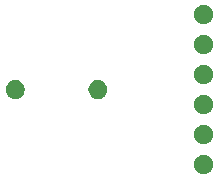
<source format=gbr>
G04 #@! TF.GenerationSoftware,KiCad,Pcbnew,(5.1.5)-3*
G04 #@! TF.CreationDate,2020-12-21T12:30:49+01:00*
G04 #@! TF.ProjectId,epimetheus_ina219,6570696d-6574-4686-9575-735f696e6132,rev?*
G04 #@! TF.SameCoordinates,Original*
G04 #@! TF.FileFunction,Soldermask,Bot*
G04 #@! TF.FilePolarity,Negative*
%FSLAX46Y46*%
G04 Gerber Fmt 4.6, Leading zero omitted, Abs format (unit mm)*
G04 Created by KiCad (PCBNEW (5.1.5)-3) date 2020-12-21 12:30:49*
%MOMM*%
%LPD*%
G04 APERTURE LIST*
%ADD10C,0.100000*%
G04 APERTURE END LIST*
D10*
G36*
X179561142Y-36556242D02*
G01*
X179709101Y-36617529D01*
X179842255Y-36706499D01*
X179955501Y-36819745D01*
X180044471Y-36952899D01*
X180105758Y-37100858D01*
X180137000Y-37257925D01*
X180137000Y-37418075D01*
X180105758Y-37575142D01*
X180044471Y-37723101D01*
X179955501Y-37856255D01*
X179842255Y-37969501D01*
X179709101Y-38058471D01*
X179561142Y-38119758D01*
X179404075Y-38151000D01*
X179243925Y-38151000D01*
X179086858Y-38119758D01*
X178938899Y-38058471D01*
X178805745Y-37969501D01*
X178692499Y-37856255D01*
X178603529Y-37723101D01*
X178542242Y-37575142D01*
X178511000Y-37418075D01*
X178511000Y-37257925D01*
X178542242Y-37100858D01*
X178603529Y-36952899D01*
X178692499Y-36819745D01*
X178805745Y-36706499D01*
X178938899Y-36617529D01*
X179086858Y-36556242D01*
X179243925Y-36525000D01*
X179404075Y-36525000D01*
X179561142Y-36556242D01*
G37*
G36*
X179561142Y-34016242D02*
G01*
X179709101Y-34077529D01*
X179842255Y-34166499D01*
X179955501Y-34279745D01*
X180044471Y-34412899D01*
X180105758Y-34560858D01*
X180137000Y-34717925D01*
X180137000Y-34878075D01*
X180105758Y-35035142D01*
X180044471Y-35183101D01*
X179955501Y-35316255D01*
X179842255Y-35429501D01*
X179709101Y-35518471D01*
X179561142Y-35579758D01*
X179404075Y-35611000D01*
X179243925Y-35611000D01*
X179086858Y-35579758D01*
X178938899Y-35518471D01*
X178805745Y-35429501D01*
X178692499Y-35316255D01*
X178603529Y-35183101D01*
X178542242Y-35035142D01*
X178511000Y-34878075D01*
X178511000Y-34717925D01*
X178542242Y-34560858D01*
X178603529Y-34412899D01*
X178692499Y-34279745D01*
X178805745Y-34166499D01*
X178938899Y-34077529D01*
X179086858Y-34016242D01*
X179243925Y-33985000D01*
X179404075Y-33985000D01*
X179561142Y-34016242D01*
G37*
G36*
X179561142Y-31476242D02*
G01*
X179709101Y-31537529D01*
X179842255Y-31626499D01*
X179955501Y-31739745D01*
X180044471Y-31872899D01*
X180105758Y-32020858D01*
X180137000Y-32177925D01*
X180137000Y-32338075D01*
X180105758Y-32495142D01*
X180044471Y-32643101D01*
X179955501Y-32776255D01*
X179842255Y-32889501D01*
X179709101Y-32978471D01*
X179561142Y-33039758D01*
X179404075Y-33071000D01*
X179243925Y-33071000D01*
X179086858Y-33039758D01*
X178938899Y-32978471D01*
X178805745Y-32889501D01*
X178692499Y-32776255D01*
X178603529Y-32643101D01*
X178542242Y-32495142D01*
X178511000Y-32338075D01*
X178511000Y-32177925D01*
X178542242Y-32020858D01*
X178603529Y-31872899D01*
X178692499Y-31739745D01*
X178805745Y-31626499D01*
X178938899Y-31537529D01*
X179086858Y-31476242D01*
X179243925Y-31445000D01*
X179404075Y-31445000D01*
X179561142Y-31476242D01*
G37*
G36*
X170606642Y-30217781D02*
G01*
X170752414Y-30278162D01*
X170752416Y-30278163D01*
X170883608Y-30365822D01*
X170995178Y-30477392D01*
X171010122Y-30499758D01*
X171082838Y-30608586D01*
X171143219Y-30754358D01*
X171174000Y-30909107D01*
X171174000Y-31066893D01*
X171143219Y-31221642D01*
X171082838Y-31367414D01*
X171082837Y-31367416D01*
X170995178Y-31498608D01*
X170883608Y-31610178D01*
X170752416Y-31697837D01*
X170752415Y-31697838D01*
X170752414Y-31697838D01*
X170606642Y-31758219D01*
X170451893Y-31789000D01*
X170294107Y-31789000D01*
X170139358Y-31758219D01*
X169993586Y-31697838D01*
X169993585Y-31697838D01*
X169993584Y-31697837D01*
X169862392Y-31610178D01*
X169750822Y-31498608D01*
X169663163Y-31367416D01*
X169663162Y-31367414D01*
X169602781Y-31221642D01*
X169572000Y-31066893D01*
X169572000Y-30909107D01*
X169602781Y-30754358D01*
X169663162Y-30608586D01*
X169735878Y-30499758D01*
X169750822Y-30477392D01*
X169862392Y-30365822D01*
X169993584Y-30278163D01*
X169993586Y-30278162D01*
X170139358Y-30217781D01*
X170294107Y-30187000D01*
X170451893Y-30187000D01*
X170606642Y-30217781D01*
G37*
G36*
X163606642Y-30217781D02*
G01*
X163752414Y-30278162D01*
X163752416Y-30278163D01*
X163883608Y-30365822D01*
X163995178Y-30477392D01*
X164010122Y-30499758D01*
X164082838Y-30608586D01*
X164143219Y-30754358D01*
X164174000Y-30909107D01*
X164174000Y-31066893D01*
X164143219Y-31221642D01*
X164082838Y-31367414D01*
X164082837Y-31367416D01*
X163995178Y-31498608D01*
X163883608Y-31610178D01*
X163752416Y-31697837D01*
X163752415Y-31697838D01*
X163752414Y-31697838D01*
X163606642Y-31758219D01*
X163451893Y-31789000D01*
X163294107Y-31789000D01*
X163139358Y-31758219D01*
X162993586Y-31697838D01*
X162993585Y-31697838D01*
X162993584Y-31697837D01*
X162862392Y-31610178D01*
X162750822Y-31498608D01*
X162663163Y-31367416D01*
X162663162Y-31367414D01*
X162602781Y-31221642D01*
X162572000Y-31066893D01*
X162572000Y-30909107D01*
X162602781Y-30754358D01*
X162663162Y-30608586D01*
X162735878Y-30499758D01*
X162750822Y-30477392D01*
X162862392Y-30365822D01*
X162993584Y-30278163D01*
X162993586Y-30278162D01*
X163139358Y-30217781D01*
X163294107Y-30187000D01*
X163451893Y-30187000D01*
X163606642Y-30217781D01*
G37*
G36*
X179561142Y-28936242D02*
G01*
X179709101Y-28997529D01*
X179842255Y-29086499D01*
X179955501Y-29199745D01*
X180044471Y-29332899D01*
X180105758Y-29480858D01*
X180137000Y-29637925D01*
X180137000Y-29798075D01*
X180105758Y-29955142D01*
X180044471Y-30103101D01*
X179955501Y-30236255D01*
X179842255Y-30349501D01*
X179709101Y-30438471D01*
X179561142Y-30499758D01*
X179404075Y-30531000D01*
X179243925Y-30531000D01*
X179086858Y-30499758D01*
X178938899Y-30438471D01*
X178805745Y-30349501D01*
X178692499Y-30236255D01*
X178603529Y-30103101D01*
X178542242Y-29955142D01*
X178511000Y-29798075D01*
X178511000Y-29637925D01*
X178542242Y-29480858D01*
X178603529Y-29332899D01*
X178692499Y-29199745D01*
X178805745Y-29086499D01*
X178938899Y-28997529D01*
X179086858Y-28936242D01*
X179243925Y-28905000D01*
X179404075Y-28905000D01*
X179561142Y-28936242D01*
G37*
G36*
X179561142Y-26396242D02*
G01*
X179709101Y-26457529D01*
X179842255Y-26546499D01*
X179955501Y-26659745D01*
X180044471Y-26792899D01*
X180105758Y-26940858D01*
X180137000Y-27097925D01*
X180137000Y-27258075D01*
X180105758Y-27415142D01*
X180044471Y-27563101D01*
X179955501Y-27696255D01*
X179842255Y-27809501D01*
X179709101Y-27898471D01*
X179561142Y-27959758D01*
X179404075Y-27991000D01*
X179243925Y-27991000D01*
X179086858Y-27959758D01*
X178938899Y-27898471D01*
X178805745Y-27809501D01*
X178692499Y-27696255D01*
X178603529Y-27563101D01*
X178542242Y-27415142D01*
X178511000Y-27258075D01*
X178511000Y-27097925D01*
X178542242Y-26940858D01*
X178603529Y-26792899D01*
X178692499Y-26659745D01*
X178805745Y-26546499D01*
X178938899Y-26457529D01*
X179086858Y-26396242D01*
X179243925Y-26365000D01*
X179404075Y-26365000D01*
X179561142Y-26396242D01*
G37*
G36*
X179561142Y-23856242D02*
G01*
X179709101Y-23917529D01*
X179842255Y-24006499D01*
X179955501Y-24119745D01*
X180044471Y-24252899D01*
X180105758Y-24400858D01*
X180137000Y-24557925D01*
X180137000Y-24718075D01*
X180105758Y-24875142D01*
X180044471Y-25023101D01*
X179955501Y-25156255D01*
X179842255Y-25269501D01*
X179709101Y-25358471D01*
X179561142Y-25419758D01*
X179404075Y-25451000D01*
X179243925Y-25451000D01*
X179086858Y-25419758D01*
X178938899Y-25358471D01*
X178805745Y-25269501D01*
X178692499Y-25156255D01*
X178603529Y-25023101D01*
X178542242Y-24875142D01*
X178511000Y-24718075D01*
X178511000Y-24557925D01*
X178542242Y-24400858D01*
X178603529Y-24252899D01*
X178692499Y-24119745D01*
X178805745Y-24006499D01*
X178938899Y-23917529D01*
X179086858Y-23856242D01*
X179243925Y-23825000D01*
X179404075Y-23825000D01*
X179561142Y-23856242D01*
G37*
M02*

</source>
